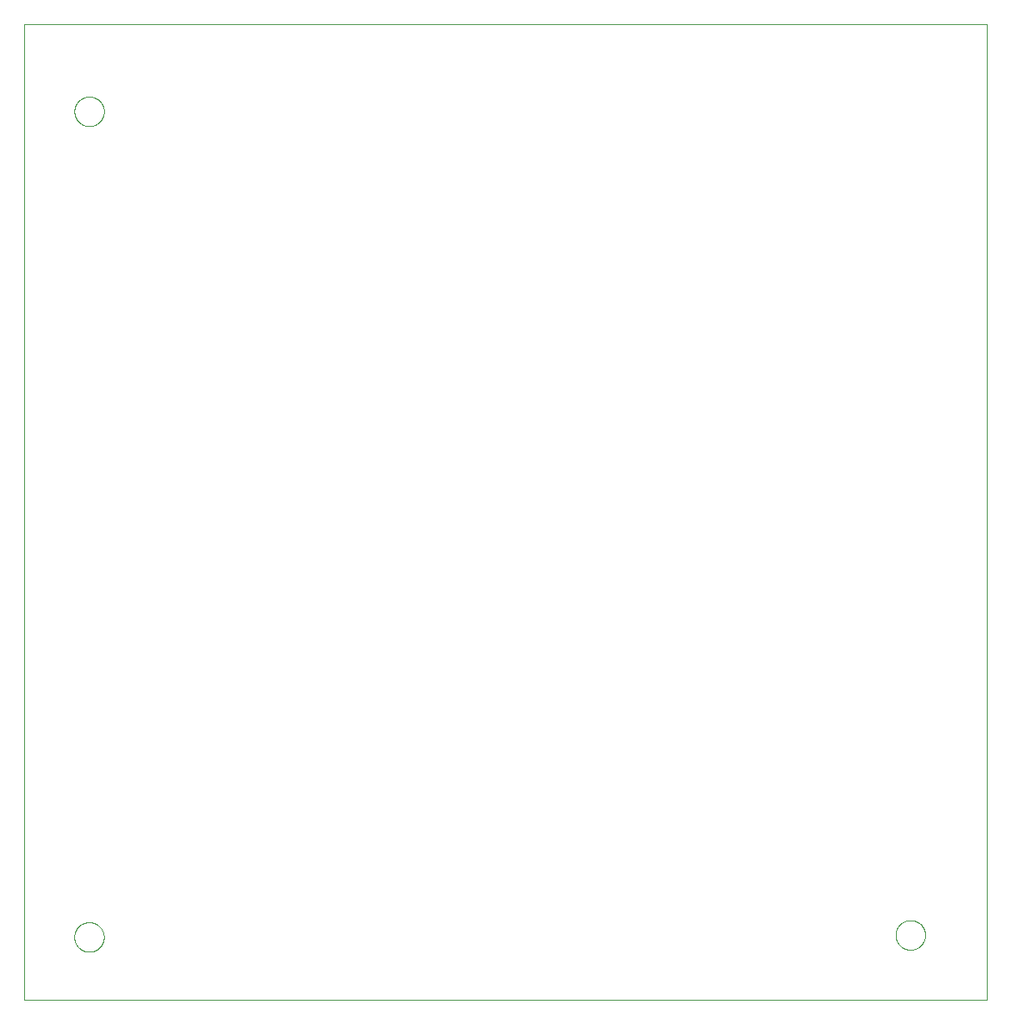
<source format=gbp>
G75*
%MOIN*%
%OFA0B0*%
%FSLAX25Y25*%
%IPPOS*%
%LPD*%
%AMOC8*
5,1,8,0,0,1.08239X$1,22.5*
%
%ADD10C,0.00000*%
D10*
X0001800Y0001800D02*
X0386800Y0001800D01*
X0386800Y0391800D01*
X0001800Y0391800D01*
X0001800Y0001800D01*
X0021894Y0026800D02*
X0021896Y0026953D01*
X0021902Y0027107D01*
X0021912Y0027260D01*
X0021926Y0027412D01*
X0021944Y0027565D01*
X0021966Y0027716D01*
X0021991Y0027867D01*
X0022021Y0028018D01*
X0022055Y0028168D01*
X0022092Y0028316D01*
X0022133Y0028464D01*
X0022178Y0028610D01*
X0022227Y0028756D01*
X0022280Y0028900D01*
X0022336Y0029042D01*
X0022396Y0029183D01*
X0022460Y0029323D01*
X0022527Y0029461D01*
X0022598Y0029597D01*
X0022673Y0029731D01*
X0022750Y0029863D01*
X0022832Y0029993D01*
X0022916Y0030121D01*
X0023004Y0030247D01*
X0023095Y0030370D01*
X0023189Y0030491D01*
X0023287Y0030609D01*
X0023387Y0030725D01*
X0023491Y0030838D01*
X0023597Y0030949D01*
X0023706Y0031057D01*
X0023818Y0031162D01*
X0023932Y0031263D01*
X0024050Y0031362D01*
X0024169Y0031458D01*
X0024291Y0031551D01*
X0024416Y0031640D01*
X0024543Y0031727D01*
X0024672Y0031809D01*
X0024803Y0031889D01*
X0024936Y0031965D01*
X0025071Y0032038D01*
X0025208Y0032107D01*
X0025347Y0032172D01*
X0025487Y0032234D01*
X0025629Y0032292D01*
X0025772Y0032347D01*
X0025917Y0032398D01*
X0026063Y0032445D01*
X0026210Y0032488D01*
X0026358Y0032527D01*
X0026507Y0032563D01*
X0026657Y0032594D01*
X0026808Y0032622D01*
X0026959Y0032646D01*
X0027112Y0032666D01*
X0027264Y0032682D01*
X0027417Y0032694D01*
X0027570Y0032702D01*
X0027723Y0032706D01*
X0027877Y0032706D01*
X0028030Y0032702D01*
X0028183Y0032694D01*
X0028336Y0032682D01*
X0028488Y0032666D01*
X0028641Y0032646D01*
X0028792Y0032622D01*
X0028943Y0032594D01*
X0029093Y0032563D01*
X0029242Y0032527D01*
X0029390Y0032488D01*
X0029537Y0032445D01*
X0029683Y0032398D01*
X0029828Y0032347D01*
X0029971Y0032292D01*
X0030113Y0032234D01*
X0030253Y0032172D01*
X0030392Y0032107D01*
X0030529Y0032038D01*
X0030664Y0031965D01*
X0030797Y0031889D01*
X0030928Y0031809D01*
X0031057Y0031727D01*
X0031184Y0031640D01*
X0031309Y0031551D01*
X0031431Y0031458D01*
X0031550Y0031362D01*
X0031668Y0031263D01*
X0031782Y0031162D01*
X0031894Y0031057D01*
X0032003Y0030949D01*
X0032109Y0030838D01*
X0032213Y0030725D01*
X0032313Y0030609D01*
X0032411Y0030491D01*
X0032505Y0030370D01*
X0032596Y0030247D01*
X0032684Y0030121D01*
X0032768Y0029993D01*
X0032850Y0029863D01*
X0032927Y0029731D01*
X0033002Y0029597D01*
X0033073Y0029461D01*
X0033140Y0029323D01*
X0033204Y0029183D01*
X0033264Y0029042D01*
X0033320Y0028900D01*
X0033373Y0028756D01*
X0033422Y0028610D01*
X0033467Y0028464D01*
X0033508Y0028316D01*
X0033545Y0028168D01*
X0033579Y0028018D01*
X0033609Y0027867D01*
X0033634Y0027716D01*
X0033656Y0027565D01*
X0033674Y0027412D01*
X0033688Y0027260D01*
X0033698Y0027107D01*
X0033704Y0026953D01*
X0033706Y0026800D01*
X0033704Y0026647D01*
X0033698Y0026493D01*
X0033688Y0026340D01*
X0033674Y0026188D01*
X0033656Y0026035D01*
X0033634Y0025884D01*
X0033609Y0025733D01*
X0033579Y0025582D01*
X0033545Y0025432D01*
X0033508Y0025284D01*
X0033467Y0025136D01*
X0033422Y0024990D01*
X0033373Y0024844D01*
X0033320Y0024700D01*
X0033264Y0024558D01*
X0033204Y0024417D01*
X0033140Y0024277D01*
X0033073Y0024139D01*
X0033002Y0024003D01*
X0032927Y0023869D01*
X0032850Y0023737D01*
X0032768Y0023607D01*
X0032684Y0023479D01*
X0032596Y0023353D01*
X0032505Y0023230D01*
X0032411Y0023109D01*
X0032313Y0022991D01*
X0032213Y0022875D01*
X0032109Y0022762D01*
X0032003Y0022651D01*
X0031894Y0022543D01*
X0031782Y0022438D01*
X0031668Y0022337D01*
X0031550Y0022238D01*
X0031431Y0022142D01*
X0031309Y0022049D01*
X0031184Y0021960D01*
X0031057Y0021873D01*
X0030928Y0021791D01*
X0030797Y0021711D01*
X0030664Y0021635D01*
X0030529Y0021562D01*
X0030392Y0021493D01*
X0030253Y0021428D01*
X0030113Y0021366D01*
X0029971Y0021308D01*
X0029828Y0021253D01*
X0029683Y0021202D01*
X0029537Y0021155D01*
X0029390Y0021112D01*
X0029242Y0021073D01*
X0029093Y0021037D01*
X0028943Y0021006D01*
X0028792Y0020978D01*
X0028641Y0020954D01*
X0028488Y0020934D01*
X0028336Y0020918D01*
X0028183Y0020906D01*
X0028030Y0020898D01*
X0027877Y0020894D01*
X0027723Y0020894D01*
X0027570Y0020898D01*
X0027417Y0020906D01*
X0027264Y0020918D01*
X0027112Y0020934D01*
X0026959Y0020954D01*
X0026808Y0020978D01*
X0026657Y0021006D01*
X0026507Y0021037D01*
X0026358Y0021073D01*
X0026210Y0021112D01*
X0026063Y0021155D01*
X0025917Y0021202D01*
X0025772Y0021253D01*
X0025629Y0021308D01*
X0025487Y0021366D01*
X0025347Y0021428D01*
X0025208Y0021493D01*
X0025071Y0021562D01*
X0024936Y0021635D01*
X0024803Y0021711D01*
X0024672Y0021791D01*
X0024543Y0021873D01*
X0024416Y0021960D01*
X0024291Y0022049D01*
X0024169Y0022142D01*
X0024050Y0022238D01*
X0023932Y0022337D01*
X0023818Y0022438D01*
X0023706Y0022543D01*
X0023597Y0022651D01*
X0023491Y0022762D01*
X0023387Y0022875D01*
X0023287Y0022991D01*
X0023189Y0023109D01*
X0023095Y0023230D01*
X0023004Y0023353D01*
X0022916Y0023479D01*
X0022832Y0023607D01*
X0022750Y0023737D01*
X0022673Y0023869D01*
X0022598Y0024003D01*
X0022527Y0024139D01*
X0022460Y0024277D01*
X0022396Y0024417D01*
X0022336Y0024558D01*
X0022280Y0024700D01*
X0022227Y0024844D01*
X0022178Y0024990D01*
X0022133Y0025136D01*
X0022092Y0025284D01*
X0022055Y0025432D01*
X0022021Y0025582D01*
X0021991Y0025733D01*
X0021966Y0025884D01*
X0021944Y0026035D01*
X0021926Y0026188D01*
X0021912Y0026340D01*
X0021902Y0026493D01*
X0021896Y0026647D01*
X0021894Y0026800D01*
X0021944Y0356825D02*
X0021946Y0356978D01*
X0021952Y0357132D01*
X0021962Y0357285D01*
X0021976Y0357437D01*
X0021994Y0357590D01*
X0022016Y0357741D01*
X0022041Y0357892D01*
X0022071Y0358043D01*
X0022105Y0358193D01*
X0022142Y0358341D01*
X0022183Y0358489D01*
X0022228Y0358635D01*
X0022277Y0358781D01*
X0022330Y0358925D01*
X0022386Y0359067D01*
X0022446Y0359208D01*
X0022510Y0359348D01*
X0022577Y0359486D01*
X0022648Y0359622D01*
X0022723Y0359756D01*
X0022800Y0359888D01*
X0022882Y0360018D01*
X0022966Y0360146D01*
X0023054Y0360272D01*
X0023145Y0360395D01*
X0023239Y0360516D01*
X0023337Y0360634D01*
X0023437Y0360750D01*
X0023541Y0360863D01*
X0023647Y0360974D01*
X0023756Y0361082D01*
X0023868Y0361187D01*
X0023982Y0361288D01*
X0024100Y0361387D01*
X0024219Y0361483D01*
X0024341Y0361576D01*
X0024466Y0361665D01*
X0024593Y0361752D01*
X0024722Y0361834D01*
X0024853Y0361914D01*
X0024986Y0361990D01*
X0025121Y0362063D01*
X0025258Y0362132D01*
X0025397Y0362197D01*
X0025537Y0362259D01*
X0025679Y0362317D01*
X0025822Y0362372D01*
X0025967Y0362423D01*
X0026113Y0362470D01*
X0026260Y0362513D01*
X0026408Y0362552D01*
X0026557Y0362588D01*
X0026707Y0362619D01*
X0026858Y0362647D01*
X0027009Y0362671D01*
X0027162Y0362691D01*
X0027314Y0362707D01*
X0027467Y0362719D01*
X0027620Y0362727D01*
X0027773Y0362731D01*
X0027927Y0362731D01*
X0028080Y0362727D01*
X0028233Y0362719D01*
X0028386Y0362707D01*
X0028538Y0362691D01*
X0028691Y0362671D01*
X0028842Y0362647D01*
X0028993Y0362619D01*
X0029143Y0362588D01*
X0029292Y0362552D01*
X0029440Y0362513D01*
X0029587Y0362470D01*
X0029733Y0362423D01*
X0029878Y0362372D01*
X0030021Y0362317D01*
X0030163Y0362259D01*
X0030303Y0362197D01*
X0030442Y0362132D01*
X0030579Y0362063D01*
X0030714Y0361990D01*
X0030847Y0361914D01*
X0030978Y0361834D01*
X0031107Y0361752D01*
X0031234Y0361665D01*
X0031359Y0361576D01*
X0031481Y0361483D01*
X0031600Y0361387D01*
X0031718Y0361288D01*
X0031832Y0361187D01*
X0031944Y0361082D01*
X0032053Y0360974D01*
X0032159Y0360863D01*
X0032263Y0360750D01*
X0032363Y0360634D01*
X0032461Y0360516D01*
X0032555Y0360395D01*
X0032646Y0360272D01*
X0032734Y0360146D01*
X0032818Y0360018D01*
X0032900Y0359888D01*
X0032977Y0359756D01*
X0033052Y0359622D01*
X0033123Y0359486D01*
X0033190Y0359348D01*
X0033254Y0359208D01*
X0033314Y0359067D01*
X0033370Y0358925D01*
X0033423Y0358781D01*
X0033472Y0358635D01*
X0033517Y0358489D01*
X0033558Y0358341D01*
X0033595Y0358193D01*
X0033629Y0358043D01*
X0033659Y0357892D01*
X0033684Y0357741D01*
X0033706Y0357590D01*
X0033724Y0357437D01*
X0033738Y0357285D01*
X0033748Y0357132D01*
X0033754Y0356978D01*
X0033756Y0356825D01*
X0033754Y0356672D01*
X0033748Y0356518D01*
X0033738Y0356365D01*
X0033724Y0356213D01*
X0033706Y0356060D01*
X0033684Y0355909D01*
X0033659Y0355758D01*
X0033629Y0355607D01*
X0033595Y0355457D01*
X0033558Y0355309D01*
X0033517Y0355161D01*
X0033472Y0355015D01*
X0033423Y0354869D01*
X0033370Y0354725D01*
X0033314Y0354583D01*
X0033254Y0354442D01*
X0033190Y0354302D01*
X0033123Y0354164D01*
X0033052Y0354028D01*
X0032977Y0353894D01*
X0032900Y0353762D01*
X0032818Y0353632D01*
X0032734Y0353504D01*
X0032646Y0353378D01*
X0032555Y0353255D01*
X0032461Y0353134D01*
X0032363Y0353016D01*
X0032263Y0352900D01*
X0032159Y0352787D01*
X0032053Y0352676D01*
X0031944Y0352568D01*
X0031832Y0352463D01*
X0031718Y0352362D01*
X0031600Y0352263D01*
X0031481Y0352167D01*
X0031359Y0352074D01*
X0031234Y0351985D01*
X0031107Y0351898D01*
X0030978Y0351816D01*
X0030847Y0351736D01*
X0030714Y0351660D01*
X0030579Y0351587D01*
X0030442Y0351518D01*
X0030303Y0351453D01*
X0030163Y0351391D01*
X0030021Y0351333D01*
X0029878Y0351278D01*
X0029733Y0351227D01*
X0029587Y0351180D01*
X0029440Y0351137D01*
X0029292Y0351098D01*
X0029143Y0351062D01*
X0028993Y0351031D01*
X0028842Y0351003D01*
X0028691Y0350979D01*
X0028538Y0350959D01*
X0028386Y0350943D01*
X0028233Y0350931D01*
X0028080Y0350923D01*
X0027927Y0350919D01*
X0027773Y0350919D01*
X0027620Y0350923D01*
X0027467Y0350931D01*
X0027314Y0350943D01*
X0027162Y0350959D01*
X0027009Y0350979D01*
X0026858Y0351003D01*
X0026707Y0351031D01*
X0026557Y0351062D01*
X0026408Y0351098D01*
X0026260Y0351137D01*
X0026113Y0351180D01*
X0025967Y0351227D01*
X0025822Y0351278D01*
X0025679Y0351333D01*
X0025537Y0351391D01*
X0025397Y0351453D01*
X0025258Y0351518D01*
X0025121Y0351587D01*
X0024986Y0351660D01*
X0024853Y0351736D01*
X0024722Y0351816D01*
X0024593Y0351898D01*
X0024466Y0351985D01*
X0024341Y0352074D01*
X0024219Y0352167D01*
X0024100Y0352263D01*
X0023982Y0352362D01*
X0023868Y0352463D01*
X0023756Y0352568D01*
X0023647Y0352676D01*
X0023541Y0352787D01*
X0023437Y0352900D01*
X0023337Y0353016D01*
X0023239Y0353134D01*
X0023145Y0353255D01*
X0023054Y0353378D01*
X0022966Y0353504D01*
X0022882Y0353632D01*
X0022800Y0353762D01*
X0022723Y0353894D01*
X0022648Y0354028D01*
X0022577Y0354164D01*
X0022510Y0354302D01*
X0022446Y0354442D01*
X0022386Y0354583D01*
X0022330Y0354725D01*
X0022277Y0354869D01*
X0022228Y0355015D01*
X0022183Y0355161D01*
X0022142Y0355309D01*
X0022105Y0355457D01*
X0022071Y0355607D01*
X0022041Y0355758D01*
X0022016Y0355909D01*
X0021994Y0356060D01*
X0021976Y0356213D01*
X0021962Y0356365D01*
X0021952Y0356518D01*
X0021946Y0356672D01*
X0021944Y0356825D01*
X0350369Y0027625D02*
X0350371Y0027778D01*
X0350377Y0027932D01*
X0350387Y0028085D01*
X0350401Y0028237D01*
X0350419Y0028390D01*
X0350441Y0028541D01*
X0350466Y0028692D01*
X0350496Y0028843D01*
X0350530Y0028993D01*
X0350567Y0029141D01*
X0350608Y0029289D01*
X0350653Y0029435D01*
X0350702Y0029581D01*
X0350755Y0029725D01*
X0350811Y0029867D01*
X0350871Y0030008D01*
X0350935Y0030148D01*
X0351002Y0030286D01*
X0351073Y0030422D01*
X0351148Y0030556D01*
X0351225Y0030688D01*
X0351307Y0030818D01*
X0351391Y0030946D01*
X0351479Y0031072D01*
X0351570Y0031195D01*
X0351664Y0031316D01*
X0351762Y0031434D01*
X0351862Y0031550D01*
X0351966Y0031663D01*
X0352072Y0031774D01*
X0352181Y0031882D01*
X0352293Y0031987D01*
X0352407Y0032088D01*
X0352525Y0032187D01*
X0352644Y0032283D01*
X0352766Y0032376D01*
X0352891Y0032465D01*
X0353018Y0032552D01*
X0353147Y0032634D01*
X0353278Y0032714D01*
X0353411Y0032790D01*
X0353546Y0032863D01*
X0353683Y0032932D01*
X0353822Y0032997D01*
X0353962Y0033059D01*
X0354104Y0033117D01*
X0354247Y0033172D01*
X0354392Y0033223D01*
X0354538Y0033270D01*
X0354685Y0033313D01*
X0354833Y0033352D01*
X0354982Y0033388D01*
X0355132Y0033419D01*
X0355283Y0033447D01*
X0355434Y0033471D01*
X0355587Y0033491D01*
X0355739Y0033507D01*
X0355892Y0033519D01*
X0356045Y0033527D01*
X0356198Y0033531D01*
X0356352Y0033531D01*
X0356505Y0033527D01*
X0356658Y0033519D01*
X0356811Y0033507D01*
X0356963Y0033491D01*
X0357116Y0033471D01*
X0357267Y0033447D01*
X0357418Y0033419D01*
X0357568Y0033388D01*
X0357717Y0033352D01*
X0357865Y0033313D01*
X0358012Y0033270D01*
X0358158Y0033223D01*
X0358303Y0033172D01*
X0358446Y0033117D01*
X0358588Y0033059D01*
X0358728Y0032997D01*
X0358867Y0032932D01*
X0359004Y0032863D01*
X0359139Y0032790D01*
X0359272Y0032714D01*
X0359403Y0032634D01*
X0359532Y0032552D01*
X0359659Y0032465D01*
X0359784Y0032376D01*
X0359906Y0032283D01*
X0360025Y0032187D01*
X0360143Y0032088D01*
X0360257Y0031987D01*
X0360369Y0031882D01*
X0360478Y0031774D01*
X0360584Y0031663D01*
X0360688Y0031550D01*
X0360788Y0031434D01*
X0360886Y0031316D01*
X0360980Y0031195D01*
X0361071Y0031072D01*
X0361159Y0030946D01*
X0361243Y0030818D01*
X0361325Y0030688D01*
X0361402Y0030556D01*
X0361477Y0030422D01*
X0361548Y0030286D01*
X0361615Y0030148D01*
X0361679Y0030008D01*
X0361739Y0029867D01*
X0361795Y0029725D01*
X0361848Y0029581D01*
X0361897Y0029435D01*
X0361942Y0029289D01*
X0361983Y0029141D01*
X0362020Y0028993D01*
X0362054Y0028843D01*
X0362084Y0028692D01*
X0362109Y0028541D01*
X0362131Y0028390D01*
X0362149Y0028237D01*
X0362163Y0028085D01*
X0362173Y0027932D01*
X0362179Y0027778D01*
X0362181Y0027625D01*
X0362179Y0027472D01*
X0362173Y0027318D01*
X0362163Y0027165D01*
X0362149Y0027013D01*
X0362131Y0026860D01*
X0362109Y0026709D01*
X0362084Y0026558D01*
X0362054Y0026407D01*
X0362020Y0026257D01*
X0361983Y0026109D01*
X0361942Y0025961D01*
X0361897Y0025815D01*
X0361848Y0025669D01*
X0361795Y0025525D01*
X0361739Y0025383D01*
X0361679Y0025242D01*
X0361615Y0025102D01*
X0361548Y0024964D01*
X0361477Y0024828D01*
X0361402Y0024694D01*
X0361325Y0024562D01*
X0361243Y0024432D01*
X0361159Y0024304D01*
X0361071Y0024178D01*
X0360980Y0024055D01*
X0360886Y0023934D01*
X0360788Y0023816D01*
X0360688Y0023700D01*
X0360584Y0023587D01*
X0360478Y0023476D01*
X0360369Y0023368D01*
X0360257Y0023263D01*
X0360143Y0023162D01*
X0360025Y0023063D01*
X0359906Y0022967D01*
X0359784Y0022874D01*
X0359659Y0022785D01*
X0359532Y0022698D01*
X0359403Y0022616D01*
X0359272Y0022536D01*
X0359139Y0022460D01*
X0359004Y0022387D01*
X0358867Y0022318D01*
X0358728Y0022253D01*
X0358588Y0022191D01*
X0358446Y0022133D01*
X0358303Y0022078D01*
X0358158Y0022027D01*
X0358012Y0021980D01*
X0357865Y0021937D01*
X0357717Y0021898D01*
X0357568Y0021862D01*
X0357418Y0021831D01*
X0357267Y0021803D01*
X0357116Y0021779D01*
X0356963Y0021759D01*
X0356811Y0021743D01*
X0356658Y0021731D01*
X0356505Y0021723D01*
X0356352Y0021719D01*
X0356198Y0021719D01*
X0356045Y0021723D01*
X0355892Y0021731D01*
X0355739Y0021743D01*
X0355587Y0021759D01*
X0355434Y0021779D01*
X0355283Y0021803D01*
X0355132Y0021831D01*
X0354982Y0021862D01*
X0354833Y0021898D01*
X0354685Y0021937D01*
X0354538Y0021980D01*
X0354392Y0022027D01*
X0354247Y0022078D01*
X0354104Y0022133D01*
X0353962Y0022191D01*
X0353822Y0022253D01*
X0353683Y0022318D01*
X0353546Y0022387D01*
X0353411Y0022460D01*
X0353278Y0022536D01*
X0353147Y0022616D01*
X0353018Y0022698D01*
X0352891Y0022785D01*
X0352766Y0022874D01*
X0352644Y0022967D01*
X0352525Y0023063D01*
X0352407Y0023162D01*
X0352293Y0023263D01*
X0352181Y0023368D01*
X0352072Y0023476D01*
X0351966Y0023587D01*
X0351862Y0023700D01*
X0351762Y0023816D01*
X0351664Y0023934D01*
X0351570Y0024055D01*
X0351479Y0024178D01*
X0351391Y0024304D01*
X0351307Y0024432D01*
X0351225Y0024562D01*
X0351148Y0024694D01*
X0351073Y0024828D01*
X0351002Y0024964D01*
X0350935Y0025102D01*
X0350871Y0025242D01*
X0350811Y0025383D01*
X0350755Y0025525D01*
X0350702Y0025669D01*
X0350653Y0025815D01*
X0350608Y0025961D01*
X0350567Y0026109D01*
X0350530Y0026257D01*
X0350496Y0026407D01*
X0350466Y0026558D01*
X0350441Y0026709D01*
X0350419Y0026860D01*
X0350401Y0027013D01*
X0350387Y0027165D01*
X0350377Y0027318D01*
X0350371Y0027472D01*
X0350369Y0027625D01*
M02*

</source>
